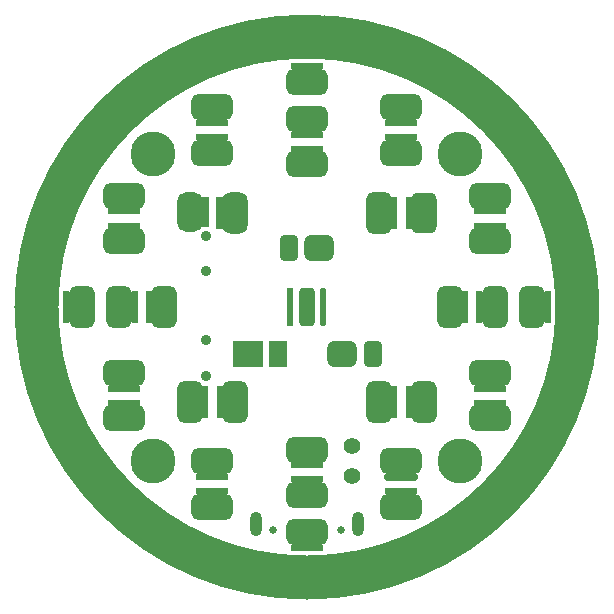
<source format=gbr>
%TF.GenerationSoftware,KiCad,Pcbnew,7.0.11*%
%TF.CreationDate,2024-09-02T12:26:07-05:00*%
%TF.ProjectId,uv_light,75765f6c-6967-4687-942e-6b696361645f,rev?*%
%TF.SameCoordinates,PX5f5e100PY5f5e100*%
%TF.FileFunction,Soldermask,Bot*%
%TF.FilePolarity,Negative*%
%FSLAX46Y46*%
G04 Gerber Fmt 4.6, Leading zero omitted, Abs format (unit mm)*
G04 Created by KiCad (PCBNEW 7.0.11) date 2024-09-02 12:26:07*
%MOMM*%
%LPD*%
G01*
G04 APERTURE LIST*
G04 Aperture macros list*
%AMRoundRect*
0 Rectangle with rounded corners*
0 $1 Rounding radius*
0 $2 $3 $4 $5 $6 $7 $8 $9 X,Y pos of 4 corners*
0 Add a 4 corners polygon primitive as box body*
4,1,4,$2,$3,$4,$5,$6,$7,$8,$9,$2,$3,0*
0 Add four circle primitives for the rounded corners*
1,1,$1+$1,$2,$3*
1,1,$1+$1,$4,$5*
1,1,$1+$1,$6,$7*
1,1,$1+$1,$8,$9*
0 Add four rect primitives between the rounded corners*
20,1,$1+$1,$2,$3,$4,$5,0*
20,1,$1+$1,$4,$5,$6,$7,0*
20,1,$1+$1,$6,$7,$8,$9,0*
20,1,$1+$1,$8,$9,$2,$3,0*%
G04 Aperture macros list end*
%ADD10C,3.700000*%
%ADD11C,0.650000*%
%ADD12O,1.000000X2.100000*%
%ADD13O,1.000000X1.600000*%
%ADD14C,3.800000*%
%ADD15C,0.900000*%
%ADD16C,1.400000*%
%ADD17R,2.800000X0.600000*%
%ADD18RoundRect,0.537500X1.212500X0.537500X-1.212500X0.537500X-1.212500X-0.537500X1.212500X-0.537500X0*%
%ADD19RoundRect,0.537500X-1.212500X-0.537500X1.212500X-0.537500X1.212500X0.537500X-1.212500X0.537500X0*%
%ADD20R,0.600000X2.800000*%
%ADD21RoundRect,0.537500X0.537500X-1.212500X0.537500X1.212500X-0.537500X1.212500X-0.537500X-1.212500X0*%
%ADD22RoundRect,0.537500X-0.537500X1.212500X-0.537500X-1.212500X0.537500X-1.212500X0.537500X1.212500X0*%
%ADD23RoundRect,0.550000X0.700000X0.550000X-0.700000X0.550000X-0.700000X-0.550000X0.700000X-0.550000X0*%
%ADD24RoundRect,0.387500X0.387500X0.712500X-0.387500X0.712500X-0.387500X-0.712500X0.387500X-0.712500X0*%
%ADD25RoundRect,0.125000X0.125000X1.525000X-0.125000X1.525000X-0.125000X-1.525000X0.125000X-1.525000X0*%
%ADD26R,0.500000X3.300000*%
%ADD27RoundRect,0.325000X0.325000X1.325000X-0.325000X1.325000X-0.325000X-1.325000X0.325000X-1.325000X0*%
%ADD28RoundRect,0.540000X-0.535000X1.185000X-0.535000X-1.185000X0.535000X-1.185000X0.535000X1.185000X0*%
%ADD29RoundRect,0.550000X-0.700000X-0.550000X0.700000X-0.550000X0.700000X0.550000X-0.700000X0.550000X0*%
%ADD30RoundRect,0.387500X-0.387500X-0.712500X0.387500X-0.712500X0.387500X0.712500X-0.387500X0.712500X0*%
%ADD31RoundRect,0.175000X1.225000X0.175000X-1.225000X0.175000X-1.225000X-0.175000X1.225000X-0.175000X0*%
%ADD32R,2.500000X2.200000*%
%ADD33R,1.550000X2.200000*%
%ADD34R,0.650000X2.700000*%
%ADD35RoundRect,0.700000X-0.375000X1.050000X-0.375000X-1.050000X0.375000X-1.050000X0.375000X1.050000X0*%
%ADD36RoundRect,0.740000X-0.335000X0.935000X-0.335000X-0.935000X0.335000X-0.935000X0.335000X0.935000X0*%
%ADD37R,0.700000X2.650000*%
G04 APERTURE END LIST*
D10*
X22900000Y0D02*
G75*
G03*
X-22900000Y0I-22900000J0D01*
G01*
X-22900000Y0D02*
G75*
G03*
X22900000Y0I22900000J0D01*
G01*
D11*
%TO.C,J1*%
X-2890000Y-18900000D03*
X2890000Y-18900000D03*
D12*
X-4320000Y-18370000D03*
D13*
X-4320000Y-22550000D03*
D12*
X4320000Y-18370000D03*
D13*
X4320000Y-22550000D03*
%TD*%
D14*
%TO.C,H1*%
X13000000Y13000000D03*
%TD*%
D15*
%TO.C,SW2*%
X-8560000Y6020000D03*
X-8560000Y3020000D03*
%TD*%
D16*
%TO.C,TP1*%
X3800000Y-11750000D03*
X3800000Y-14290000D03*
%TD*%
D14*
%TO.C,H3*%
X13000000Y-13000000D03*
%TD*%
%TO.C,H2*%
X-13000000Y13000000D03*
%TD*%
D15*
%TO.C,SW1*%
X-8560000Y-2800000D03*
X-8560000Y-5800000D03*
%TD*%
D14*
%TO.C,H4*%
X-13000000Y-13000000D03*
%TD*%
D17*
%TO.C,D7*%
X15500000Y-8100000D03*
D18*
X15500000Y-9425000D03*
X15500000Y-5575000D03*
D17*
X15500000Y-6900000D03*
%TD*%
%TO.C,D19*%
X0Y-14600000D03*
D18*
X0Y-15925000D03*
X0Y-12075000D03*
D17*
X0Y-13400000D03*
%TD*%
%TO.C,D11*%
X-15500000Y8100000D03*
D19*
X-15500000Y9425000D03*
X-15500000Y5575000D03*
D17*
X-15500000Y6900000D03*
%TD*%
D20*
%TO.C,D22*%
X-14600000Y0D03*
D21*
X-15925000Y0D03*
X-12075000Y0D03*
D20*
X-13400000Y0D03*
%TD*%
%TO.C,D5*%
X-7400000Y-8000000D03*
D22*
X-6075000Y-8000000D03*
X-9925000Y-8000000D03*
D20*
X-8600000Y-8000000D03*
%TD*%
D17*
%TO.C,D16*%
X0Y21600000D03*
D19*
X0Y22925000D03*
X0Y19075000D03*
D17*
X0Y20400000D03*
%TD*%
%TO.C,D14*%
X8000000Y15600000D03*
D19*
X8000000Y16925000D03*
X8000000Y13075000D03*
D17*
X8000000Y14400000D03*
%TD*%
D20*
%TO.C,D18*%
X21600000Y0D03*
D22*
X22925000Y0D03*
X19075000Y0D03*
D20*
X20400000Y0D03*
%TD*%
D17*
%TO.C,D13*%
X15500000Y8100000D03*
D19*
X15500000Y9425000D03*
X15500000Y5575000D03*
D17*
X15500000Y6900000D03*
%TD*%
%TO.C,D25*%
X-8000000Y-15600000D03*
D18*
X-8000000Y-16925000D03*
X-8000000Y-13075000D03*
D17*
X-8000000Y-14400000D03*
%TD*%
D23*
%TO.C,D3*%
X1050000Y5000000D03*
D24*
X-1525000Y5000000D03*
%TD*%
D25*
%TO.C,D4*%
X1400000Y0D03*
D26*
X-1400000Y0D03*
D27*
X0Y0D03*
%TD*%
D28*
%TO.C,D10*%
X9925000Y7975000D03*
D20*
X8600000Y8000000D03*
D22*
X6075000Y8000000D03*
D20*
X7400000Y8000000D03*
%TD*%
D17*
%TO.C,D20*%
X0Y-21600000D03*
D18*
X0Y-22925000D03*
X0Y-19075000D03*
D17*
X0Y-20400000D03*
%TD*%
D29*
%TO.C,D1*%
X3000000Y-4000000D03*
D30*
X5575000Y-4000000D03*
%TD*%
D20*
%TO.C,D17*%
X14600000Y0D03*
D22*
X15925000Y0D03*
X12075000Y0D03*
D20*
X13400000Y0D03*
%TD*%
D17*
%TO.C,D8*%
X8000000Y-15600000D03*
D18*
X8000000Y-16925000D03*
X8000000Y-13075000D03*
D31*
X8000000Y-14350000D03*
%TD*%
D32*
%TO.C,D2*%
X-5000000Y-4000000D03*
D33*
X-2425000Y-4000000D03*
%TD*%
D20*
%TO.C,D23*%
X-21600000Y0D03*
D21*
X-22925000Y0D03*
X-19075000Y0D03*
D20*
X-20400000Y0D03*
%TD*%
D17*
%TO.C,D15*%
X0Y14600000D03*
D19*
X0Y15925000D03*
X0Y12075000D03*
D17*
X0Y13400000D03*
%TD*%
D20*
%TO.C,D6*%
X8600000Y-8000000D03*
D22*
X9925000Y-8000000D03*
X6075000Y-8000000D03*
D20*
X7400000Y-8000000D03*
%TD*%
D17*
%TO.C,D24*%
X-15500000Y-8100000D03*
D18*
X-15500000Y-9425000D03*
X-15500000Y-5575000D03*
D17*
X-15500000Y-6900000D03*
%TD*%
%TO.C,D12*%
X-8000000Y15600000D03*
D19*
X-8000000Y16925000D03*
X-8000000Y13075000D03*
D17*
X-8000000Y14400000D03*
%TD*%
D34*
%TO.C,D9*%
X-7375000Y7950000D03*
D35*
X-6075000Y8000000D03*
D36*
X-9925000Y8075000D03*
D37*
X-8650000Y8075000D03*
%TD*%
M02*

</source>
